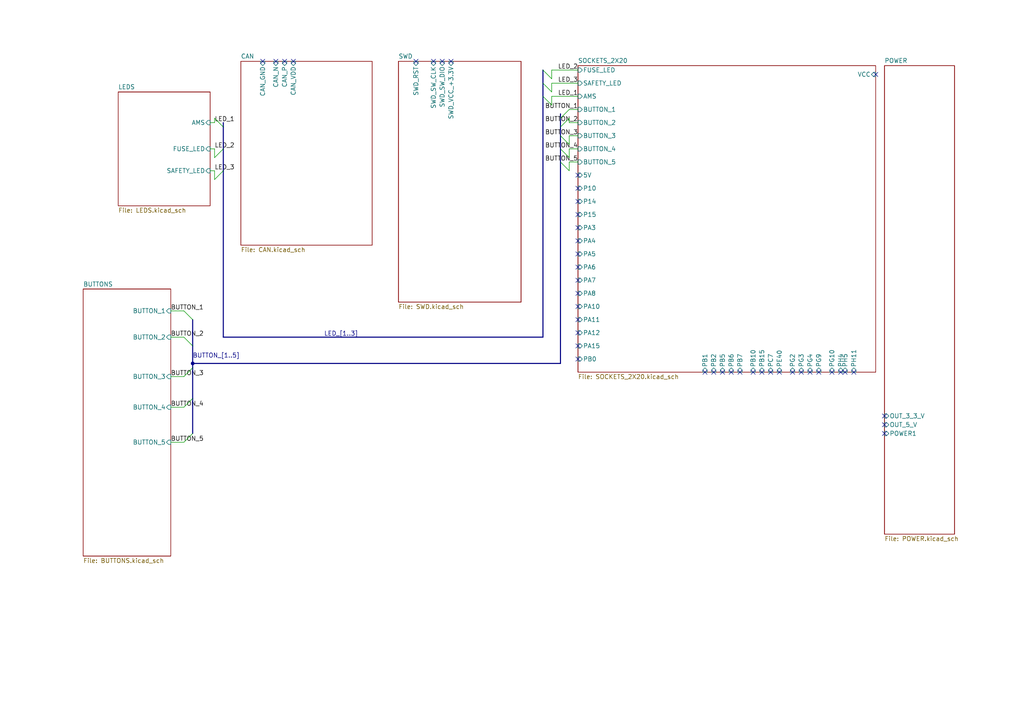
<source format=kicad_sch>
(kicad_sch
	(version 20250114)
	(generator "eeschema")
	(generator_version "9.0")
	(uuid "8dcb9295-4fa2-433e-bd2f-4b006d008a4e")
	(paper "A4")
	(lib_symbols)
	(junction
		(at 55.88 105.41)
		(diameter 0)
		(color 0 0 0 0)
		(uuid "1ab1bc5e-5060-4200-a912-581410a64bdc")
	)
	(no_connect
		(at 234.95 107.95)
		(uuid "04cbdf75-08d8-4f41-a4f2-467e7c57d765")
	)
	(no_connect
		(at 120.65 17.78)
		(uuid "1787a8c7-9a5a-4b72-8756-181307119fb5")
	)
	(no_connect
		(at 167.64 54.61)
		(uuid "1ed828fb-5400-4f42-818b-9b0747e09d89")
	)
	(no_connect
		(at 212.09 107.95)
		(uuid "339a267c-4092-43e1-b8cc-b0c0ed87d922")
	)
	(no_connect
		(at 167.64 77.47)
		(uuid "37517732-9ad0-4e77-9179-cef05c843e5d")
	)
	(no_connect
		(at 229.87 107.95)
		(uuid "3e1273f5-1856-4b21-93f6-eff1dc2bad59")
	)
	(no_connect
		(at 247.65 107.95)
		(uuid "46425409-a9ea-4a0a-babe-e259169ac028")
	)
	(no_connect
		(at 167.64 92.71)
		(uuid "4fe4e6f4-3be4-44f8-acd7-2755dbeb69c6")
	)
	(no_connect
		(at 256.54 123.19)
		(uuid "5438cfc4-d47e-434a-b61c-a2a56eda2d53")
	)
	(no_connect
		(at 241.3 107.95)
		(uuid "702a74c7-e580-4b18-b5d3-6eca557faa53")
	)
	(no_connect
		(at 220.98 107.95)
		(uuid "7788c770-ab29-4539-a6d3-0c5567c6df9e")
	)
	(no_connect
		(at 245.11 107.95)
		(uuid "779a08cd-da13-4346-a28f-243fae31e583")
	)
	(no_connect
		(at 167.64 104.14)
		(uuid "7a78eb3e-0fca-4254-8be9-d06b128bfbf6")
	)
	(no_connect
		(at 167.64 66.04)
		(uuid "7af46917-7cf0-4052-aec2-0ff9f4cfc42c")
	)
	(no_connect
		(at 167.64 62.23)
		(uuid "7c43141a-c403-40b6-8c74-d497a9a3e4c3")
	)
	(no_connect
		(at 223.52 107.95)
		(uuid "7cf956df-cdc8-4240-bdc2-363d8610a8c4")
	)
	(no_connect
		(at 256.54 120.65)
		(uuid "7d8341a9-fde8-4576-a2b3-f575527973d1")
	)
	(no_connect
		(at 256.54 125.73)
		(uuid "7ddea888-3d33-42bb-9564-b8a6ba913226")
	)
	(no_connect
		(at 76.2 17.78)
		(uuid "8352ee82-3e80-486d-a6d8-8cb72be22bf5")
	)
	(no_connect
		(at 167.64 50.8)
		(uuid "844c2cd2-10c6-4e6b-aa13-888938e66c0d")
	)
	(no_connect
		(at 167.64 85.09)
		(uuid "869769e9-07d8-4d29-a1fa-15137f71fa37")
	)
	(no_connect
		(at 237.49 107.95)
		(uuid "8b1f89bc-f6b6-4bbe-b782-30c7e2360b9f")
	)
	(no_connect
		(at 80.01 17.78)
		(uuid "8d77f3b5-d1b9-473d-b88e-80f7e5a284c5")
	)
	(no_connect
		(at 232.41 107.95)
		(uuid "909b27ec-3349-49c3-8336-080b69bbc649")
	)
	(no_connect
		(at 167.64 96.52)
		(uuid "927c37b4-cf81-40b7-b0b5-9936811773af")
	)
	(no_connect
		(at 82.55 17.78)
		(uuid "9c58d1c8-6c82-498a-bd03-3ab2c69ab477")
	)
	(no_connect
		(at 226.06 107.95)
		(uuid "9ddbc3a4-902e-495c-8e8d-9437697d7149")
	)
	(no_connect
		(at 167.64 88.9)
		(uuid "a4647afb-7ec3-47ac-b32b-d4ffd25d3ac3")
	)
	(no_connect
		(at 85.09 17.78)
		(uuid "a76a4a50-f4b6-4d7d-9ec4-b61cbb13527e")
	)
	(no_connect
		(at 167.64 81.28)
		(uuid "be6b122b-19a7-4e5e-9881-887d6bb339f0")
	)
	(no_connect
		(at 204.47 107.95)
		(uuid "c26fd6f3-d0be-4e0a-9728-8ad693b89cfc")
	)
	(no_connect
		(at 167.64 69.85)
		(uuid "cb5eb431-2038-4373-ad22-250c9b95a78b")
	)
	(no_connect
		(at 125.73 17.78)
		(uuid "cbaea5b3-aced-431b-a5dd-517f9b673fa6")
	)
	(no_connect
		(at 167.64 58.42)
		(uuid "d2e45953-0c00-492b-a4d7-b0305ff820eb")
	)
	(no_connect
		(at 214.63 107.95)
		(uuid "d41b31f5-f068-43b6-8d6e-e80489b8d903")
	)
	(no_connect
		(at 207.01 107.95)
		(uuid "d7e1acb2-49ba-42ea-84d4-fdf40a48ca84")
	)
	(no_connect
		(at 167.64 100.33)
		(uuid "d9adc133-729f-4667-85c9-96300e979e2c")
	)
	(no_connect
		(at 218.44 107.95)
		(uuid "e03d7e53-6f55-4e60-af4a-14c19bfb0e9c")
	)
	(no_connect
		(at 254 21.59)
		(uuid "e5b016da-3cfa-4224-8569-fdce230fd607")
	)
	(no_connect
		(at 243.84 107.95)
		(uuid "e7dc0850-e087-47ae-a53c-130b683f0609")
	)
	(no_connect
		(at 128.27 17.78)
		(uuid "eaff25b2-3df0-4639-8882-f04d84bbd561")
	)
	(no_connect
		(at 167.64 73.66)
		(uuid "f5596efa-a36a-44e1-a4ef-6d3bad5889a8")
	)
	(no_connect
		(at 209.55 107.95)
		(uuid "fae326ba-7a45-4408-9713-60913930e5d1")
	)
	(no_connect
		(at 130.81 17.78)
		(uuid "ffb3d354-6ce9-4775-8da2-b8b9e645ac1f")
	)
	(bus_entry
		(at 55.88 106.68)
		(size -2.54 2.54)
		(stroke
			(width 0)
			(type default)
		)
		(uuid "1d19d04b-e78a-4e57-9cbb-ccc02cfcb1f4")
	)
	(bus_entry
		(at 64.77 43.18)
		(size -2.54 2.54)
		(stroke
			(width 0)
			(type default)
		)
		(uuid "1d1f231e-29c1-4e6b-bfb8-d8d95710ce1f")
	)
	(bus_entry
		(at 157.48 24.13)
		(size 2.54 2.54)
		(stroke
			(width 0)
			(type default)
		)
		(uuid "1da445b3-ae15-45e5-acc0-a16634e362c6")
	)
	(bus_entry
		(at 162.56 36.83)
		(size 2.54 -2.54)
		(stroke
			(width 0)
			(type default)
		)
		(uuid "2507bdbb-f350-4a6b-8806-935a4dffd8ed")
	)
	(bus_entry
		(at 157.48 20.32)
		(size 2.54 2.54)
		(stroke
			(width 0)
			(type default)
		)
		(uuid "2eec1809-a2aa-4881-8dd2-ca2775905c19")
	)
	(bus_entry
		(at 157.48 27.94)
		(size 2.54 2.54)
		(stroke
			(width 0)
			(type default)
		)
		(uuid "74ea638a-16a1-402c-8ebc-a34260539242")
	)
	(bus_entry
		(at 162.56 39.37)
		(size 2.54 2.54)
		(stroke
			(width 0)
			(type default)
		)
		(uuid "8a866fdd-c315-4608-b58d-747076c936aa")
	)
	(bus_entry
		(at 162.56 46.99)
		(size 2.54 2.54)
		(stroke
			(width 0)
			(type default)
		)
		(uuid "8b41cf4a-637a-4527-846c-8c4c13634358")
	)
	(bus_entry
		(at 162.56 34.29)
		(size 2.54 -2.54)
		(stroke
			(width 0)
			(type default)
		)
		(uuid "9ff4b994-c9ec-444c-bbc3-5e9c551834b6")
	)
	(bus_entry
		(at 55.88 100.33)
		(size -2.54 -2.54)
		(stroke
			(width 0)
			(type default)
		)
		(uuid "b4212637-2b02-4160-9d6f-82e2eefe0ccf")
	)
	(bus_entry
		(at 55.88 115.57)
		(size -2.54 2.54)
		(stroke
			(width 0)
			(type default)
		)
		(uuid "c397a2dc-9c09-4c98-9854-59e9dcc499dd")
	)
	(bus_entry
		(at 55.88 125.73)
		(size -2.54 2.54)
		(stroke
			(width 0)
			(type default)
		)
		(uuid "c3d7eca3-5bf0-4b1f-8c46-28a904e4cc8b")
	)
	(bus_entry
		(at 64.77 49.53)
		(size -2.54 2.54)
		(stroke
			(width 0)
			(type default)
		)
		(uuid "dd40f722-6f51-47fe-b422-e1c0020f0cef")
	)
	(bus_entry
		(at 55.88 92.71)
		(size -2.54 -2.54)
		(stroke
			(width 0)
			(type default)
		)
		(uuid "e652c95e-378e-4bd2-9d69-0a0e131724ce")
	)
	(bus_entry
		(at 162.56 43.18)
		(size 2.54 2.54)
		(stroke
			(width 0)
			(type default)
		)
		(uuid "f205059c-f987-479a-9197-08b4984dfc36")
	)
	(bus_entry
		(at 64.77 36.83)
		(size -2.54 -2.54)
		(stroke
			(width 0)
			(type default)
		)
		(uuid "f67faa44-5b17-42ef-a701-e2fdf7b9af66")
	)
	(wire
		(pts
			(xy 62.23 49.53) (xy 60.96 49.53)
		)
		(stroke
			(width 0)
			(type default)
		)
		(uuid "0594edc2-ef5d-4607-b642-71ed02ea205a")
	)
	(bus
		(pts
			(xy 157.48 27.94) (xy 157.48 97.79)
		)
		(stroke
			(width 0)
			(type default)
		)
		(uuid "1374d794-2186-4737-bd99-6c2e20e33273")
	)
	(wire
		(pts
			(xy 62.23 45.72) (xy 62.23 43.18)
		)
		(stroke
			(width 0)
			(type default)
		)
		(uuid "167ad876-fe4f-4b5c-8f79-bb858a006bf3")
	)
	(bus
		(pts
			(xy 162.56 36.83) (xy 162.56 39.37)
		)
		(stroke
			(width 0)
			(type default)
		)
		(uuid "1b70094d-cf4d-48da-8721-71cf759c659d")
	)
	(wire
		(pts
			(xy 62.23 52.07) (xy 62.23 49.53)
		)
		(stroke
			(width 0)
			(type default)
		)
		(uuid "1bc3f2a1-e73b-4a83-8a92-18e9aaf8d2e8")
	)
	(bus
		(pts
			(xy 162.56 39.37) (xy 162.56 43.18)
		)
		(stroke
			(width 0)
			(type default)
		)
		(uuid "21ebc117-19da-4c93-9e0e-95f9aa57434b")
	)
	(bus
		(pts
			(xy 55.88 105.41) (xy 162.56 105.41)
		)
		(stroke
			(width 0)
			(type default)
		)
		(uuid "228a29e6-f7b5-4bf2-8d16-f9e4c5a84f90")
	)
	(wire
		(pts
			(xy 53.34 90.17) (xy 49.53 90.17)
		)
		(stroke
			(width 0)
			(type default)
		)
		(uuid "235cb1f4-aa34-4da6-b9f3-76f1abc8aad3")
	)
	(wire
		(pts
			(xy 160.02 20.32) (xy 167.64 20.32)
		)
		(stroke
			(width 0)
			(type default)
		)
		(uuid "2ec277db-8965-4f88-bff7-3af9b815565b")
	)
	(wire
		(pts
			(xy 165.1 45.72) (xy 165.1 43.18)
		)
		(stroke
			(width 0)
			(type default)
		)
		(uuid "2fbbbc81-172e-4c94-8bf4-f31193456714")
	)
	(bus
		(pts
			(xy 64.77 97.79) (xy 157.48 97.79)
		)
		(stroke
			(width 0)
			(type default)
		)
		(uuid "33da4a8e-af22-4644-87ae-49149d5c1364")
	)
	(wire
		(pts
			(xy 53.34 97.79) (xy 49.53 97.79)
		)
		(stroke
			(width 0)
			(type default)
		)
		(uuid "3650c8b0-11a0-4f01-b507-3fc00ced5caa")
	)
	(wire
		(pts
			(xy 165.1 46.99) (xy 167.64 46.99)
		)
		(stroke
			(width 0)
			(type default)
		)
		(uuid "3c75aceb-5127-45f5-a136-340bec551760")
	)
	(bus
		(pts
			(xy 64.77 35.56) (xy 64.77 36.83)
		)
		(stroke
			(width 0)
			(type default)
		)
		(uuid "400590df-f1d0-4dc2-8cab-7d7d94179726")
	)
	(wire
		(pts
			(xy 160.02 27.94) (xy 167.64 27.94)
		)
		(stroke
			(width 0)
			(type default)
		)
		(uuid "45c961b8-a794-44d7-9a4c-786541939926")
	)
	(bus
		(pts
			(xy 55.88 100.33) (xy 55.88 105.41)
		)
		(stroke
			(width 0)
			(type default)
		)
		(uuid "5052dfca-d2fd-4dd9-bb1e-e03fd3c8335f")
	)
	(bus
		(pts
			(xy 64.77 43.18) (xy 64.77 49.53)
		)
		(stroke
			(width 0)
			(type default)
		)
		(uuid "52ad8e03-aa4e-4b0b-a6b4-f27494ab1cde")
	)
	(bus
		(pts
			(xy 64.77 49.53) (xy 64.77 97.79)
		)
		(stroke
			(width 0)
			(type default)
		)
		(uuid "5753122e-3f5d-4d79-92e9-3f65d432535b")
	)
	(bus
		(pts
			(xy 162.56 46.99) (xy 162.56 105.41)
		)
		(stroke
			(width 0)
			(type default)
		)
		(uuid "57b61feb-9c24-4589-9fe5-a346070927a9")
	)
	(wire
		(pts
			(xy 160.02 30.48) (xy 160.02 27.94)
		)
		(stroke
			(width 0)
			(type default)
		)
		(uuid "5e0a876d-e04b-40cb-889f-e2f8e09aa27b")
	)
	(wire
		(pts
			(xy 53.34 109.22) (xy 49.53 109.22)
		)
		(stroke
			(width 0)
			(type default)
		)
		(uuid "5f1d7f24-af96-424b-bcfa-07ef702fd89d")
	)
	(wire
		(pts
			(xy 165.1 34.29) (xy 165.1 35.56)
		)
		(stroke
			(width 0)
			(type default)
		)
		(uuid "61bc74df-c2de-4698-b3cd-71052bbd9935")
	)
	(wire
		(pts
			(xy 53.34 118.11) (xy 49.53 118.11)
		)
		(stroke
			(width 0)
			(type default)
		)
		(uuid "67a66990-7058-4fc3-88ca-53ca03f47b2c")
	)
	(bus
		(pts
			(xy 162.56 34.29) (xy 162.56 36.83)
		)
		(stroke
			(width 0)
			(type default)
		)
		(uuid "67db8f9d-90f5-4158-a8e5-0b0fb6f467ec")
	)
	(wire
		(pts
			(xy 160.02 24.13) (xy 167.64 24.13)
		)
		(stroke
			(width 0)
			(type default)
		)
		(uuid "6fbcc16b-5137-4d2f-a9e5-b077d850d08c")
	)
	(wire
		(pts
			(xy 62.23 43.18) (xy 60.96 43.18)
		)
		(stroke
			(width 0)
			(type default)
		)
		(uuid "78638c07-4888-48a9-a804-8d174f48727e")
	)
	(bus
		(pts
			(xy 55.88 106.68) (xy 55.88 115.57)
		)
		(stroke
			(width 0)
			(type default)
		)
		(uuid "787a4aca-2a74-4733-8aba-0466823f5fec")
	)
	(wire
		(pts
			(xy 165.1 35.56) (xy 167.64 35.56)
		)
		(stroke
			(width 0)
			(type default)
		)
		(uuid "820e901c-85d3-4d8e-9419-c573cf89575d")
	)
	(wire
		(pts
			(xy 165.1 41.91) (xy 165.1 39.37)
		)
		(stroke
			(width 0)
			(type default)
		)
		(uuid "91c5825e-4b4b-49e6-bd0f-6043fc9bf096")
	)
	(wire
		(pts
			(xy 165.1 49.53) (xy 165.1 46.99)
		)
		(stroke
			(width 0)
			(type default)
		)
		(uuid "9e0b4452-b087-4b9c-9e90-85a17492b891")
	)
	(bus
		(pts
			(xy 162.56 33.02) (xy 162.56 34.29)
		)
		(stroke
			(width 0)
			(type default)
		)
		(uuid "9f314803-a4af-4924-8f40-4c1a182e1913")
	)
	(wire
		(pts
			(xy 165.1 43.18) (xy 167.64 43.18)
		)
		(stroke
			(width 0)
			(type default)
		)
		(uuid "9fb52e17-cf07-4ae4-a79d-509ee035593c")
	)
	(bus
		(pts
			(xy 64.77 36.83) (xy 64.77 43.18)
		)
		(stroke
			(width 0)
			(type default)
		)
		(uuid "b0fcb9dc-6e26-4f64-a47e-f274b1f1b42c")
	)
	(wire
		(pts
			(xy 165.1 39.37) (xy 167.64 39.37)
		)
		(stroke
			(width 0)
			(type default)
		)
		(uuid "c2179d00-40b8-4c50-bb8b-23f4d36701dc")
	)
	(bus
		(pts
			(xy 55.88 105.41) (xy 55.88 106.68)
		)
		(stroke
			(width 0)
			(type default)
		)
		(uuid "c48c5e86-5d01-4f96-992e-418760e78c10")
	)
	(bus
		(pts
			(xy 157.48 24.13) (xy 157.48 27.94)
		)
		(stroke
			(width 0)
			(type default)
		)
		(uuid "ccfeb42c-9823-452f-a74e-bab060d021b6")
	)
	(wire
		(pts
			(xy 165.1 31.75) (xy 167.64 31.75)
		)
		(stroke
			(width 0)
			(type default)
		)
		(uuid "cdaf0bf3-9087-4b87-a790-7115002367a5")
	)
	(bus
		(pts
			(xy 55.88 115.57) (xy 55.88 125.73)
		)
		(stroke
			(width 0)
			(type default)
		)
		(uuid "e49bd7d6-f064-454e-8410-ad77318f476e")
	)
	(wire
		(pts
			(xy 160.02 22.86) (xy 160.02 20.32)
		)
		(stroke
			(width 0)
			(type default)
		)
		(uuid "e7019e49-5d5b-4449-8396-7175623f02ed")
	)
	(bus
		(pts
			(xy 157.48 20.32) (xy 157.48 24.13)
		)
		(stroke
			(width 0)
			(type default)
		)
		(uuid "ec9a8699-0027-4de1-ae76-896eee908898")
	)
	(wire
		(pts
			(xy 62.23 35.56) (xy 60.96 35.56)
		)
		(stroke
			(width 0)
			(type default)
		)
		(uuid "f0209a2e-3fe3-400c-bce4-de528c9383ef")
	)
	(wire
		(pts
			(xy 160.02 26.67) (xy 160.02 24.13)
		)
		(stroke
			(width 0)
			(type default)
		)
		(uuid "f087445f-afa8-48d7-9f54-9f2a602f9c97")
	)
	(bus
		(pts
			(xy 162.56 43.18) (xy 162.56 46.99)
		)
		(stroke
			(width 0)
			(type default)
		)
		(uuid "f243e0c7-ecc4-43b0-95dd-cceeb72b34d0")
	)
	(wire
		(pts
			(xy 62.23 34.29) (xy 62.23 35.56)
		)
		(stroke
			(width 0)
			(type default)
		)
		(uuid "f28671bd-d041-419b-bf33-e4d2adbfc544")
	)
	(bus
		(pts
			(xy 55.88 92.71) (xy 55.88 100.33)
		)
		(stroke
			(width 0)
			(type default)
		)
		(uuid "fa002900-9347-419e-854e-ea50915d6489")
	)
	(wire
		(pts
			(xy 53.34 128.27) (xy 49.53 128.27)
		)
		(stroke
			(width 0)
			(type default)
		)
		(uuid "fde0dd47-3397-4a77-a7fd-68e4dcc9f884")
	)
	(label "BUTTON_4"
		(at 49.53 118.11 0)
		(effects
			(font
				(size 1.27 1.27)
			)
			(justify left bottom)
		)
		(uuid "04bb6260-3eab-4eba-abfe-c8ff3e338de1")
	)
	(label "BUTTON_5"
		(at 49.53 128.27 0)
		(effects
			(font
				(size 1.27 1.27)
			)
			(justify left bottom)
		)
		(uuid "180651f4-9691-4541-aa9e-ff51beadbae1")
	)
	(label "LED_[1..3]"
		(at 93.98 97.79 0)
		(effects
			(font
				(size 1.27 1.27)
			)
			(justify left bottom)
		)
		(uuid "26d8eddb-10ff-4338-bdfc-f329de7fedac")
	)
	(label "BUTTON_2"
		(at 49.53 97.79 0)
		(effects
			(font
				(size 1.27 1.27)
			)
			(justify left bottom)
		)
		(uuid "2ab1d1f4-4619-4e6b-939e-20dcddf9645b")
	)
	(label "BUTTON_3"
		(at 49.53 109.22 0)
		(effects
			(font
				(size 1.27 1.27)
			)
			(justify left bottom)
		)
		(uuid "2ade33ce-9a9a-4689-9f2f-e936d4f8d8f1")
	)
	(label "LED_1"
		(at 167.64 27.94 180)
		(effects
			(font
				(size 1.27 1.27)
			)
			(justify right bottom)
		)
		(uuid "43398c91-22d3-4b05-b013-d93fed558be5")
	)
	(label "LED_2"
		(at 62.23 43.18 0)
		(effects
			(font
				(size 1.27 1.27)
			)
			(justify left bottom)
		)
		(uuid "69b0b055-b7f3-48fb-925f-50b64ce77d68")
	)
	(label "BUTTON_1"
		(at 167.64 31.75 180)
		(effects
			(font
				(size 1.27 1.27)
			)
			(justify right bottom)
		)
		(uuid "71d1e084-2228-456f-b936-10eae42a1d10")
	)
	(label "LED_3"
		(at 62.23 49.53 0)
		(effects
			(font
				(size 1.27 1.27)
			)
			(justify left bottom)
		)
		(uuid "86e6f1c3-26ae-43fa-9f74-0ef7474d3fce")
	)
	(label "LED_1"
		(at 62.23 35.56 0)
		(effects
			(font
				(size 1.27 1.27)
			)
			(justify left bottom)
		)
		(uuid "8e4ac36d-8793-4185-91f7-4d278b3f6155")
	)
	(label "LED_3"
		(at 167.64 24.13 180)
		(effects
			(font
				(size 1.27 1.27)
			)
			(justify right bottom)
		)
		(uuid "8eb425a0-c9ac-4f52-b034-ce0984171f76")
	)
	(label "BUTTON_4"
		(at 167.64 43.18 180)
		(effects
			(font
				(size 1.27 1.27)
			)
			(justify right bottom)
		)
		(uuid "ab252501-a164-418b-bd16-6acfe0385e3a")
	)
	(label "BUTTON_1"
		(at 49.53 90.17 0)
		(effects
			(font
				(size 1.27 1.27)
			)
			(justify left bottom)
		)
		(uuid "b657978d-9ae0-46df-86ec-0d818d050e19")
	)
	(label "BUTTON_5"
		(at 167.64 46.99 180)
		(effects
			(font
				(size 1.27 1.27)
			)
			(justify right bottom)
		)
		(uuid "c72d94ff-9102-43b8-b723-8646dce8df12")
	)
	(label "BUTTON_3"
		(at 167.64 39.37 180)
		(effects
			(font
				(size 1.27 1.27)
			)
			(justify right bottom)
		)
		(uuid "c79d9d8f-d2f5-461f-be45-704c8edd90cf")
	)
	(label "BUTTON_[1..5]"
		(at 55.88 104.14 0)
		(effects
			(font
				(size 1.27 1.27)
			)
			(justify left bottom)
		)
		(uuid "d12e930a-c77e-4207-8fdd-9d2e70f5d20b")
	)
	(label "LED_2"
		(at 167.64 20.32 180)
		(effects
			(font
				(size 1.27 1.27)
			)
			(justify right bottom)
		)
		(uuid "e0960edb-1df8-4eb8-a212-627803bfced5")
	)
	(label "BUTTON_2"
		(at 167.64 35.56 180)
		(effects
			(font
				(size 1.27 1.27)
			)
			(justify right bottom)
		)
		(uuid "fcb34d4c-1a39-4f81-9343-0324c02e83ba")
	)
	(sheet
		(at 24.13 83.82)
		(size 25.4 77.47)
		(exclude_from_sim no)
		(in_bom yes)
		(on_board yes)
		(dnp no)
		(stroke
			(width 0.1524)
			(type solid)
		)
		(fill
			(color 0 0 0 0.0000)
		)
		(uuid "1141ebe3-6757-4602-bc41-f23921c9ac0b")
		(property "Sheetname" "BUTTONS"
			(at 24.13 83.185 0)
			(effects
				(font
					(size 1.27 1.27)
				)
				(justify left bottom)
			)
		)
		(property "Sheetfile" "BUTTONS.kicad_sch"
			(at 24.13 161.8746 0)
			(effects
				(font
					(size 1.27 1.27)
				)
				(justify left top)
			)
		)
		(pin "BUTTON_1" input
			(at 49.53 90.17 0)
			(uuid "5dc5d7fe-472d-476e-b7e7-81dbea0a9e1c")
			(effects
				(font
					(size 1.27 1.27)
				)
				(justify right)
			)
		)
		(pin "BUTTON_2" input
			(at 49.53 97.79 0)
			(uuid "25c6b4a4-8ea3-4efe-ba0c-e5307911334f")
			(effects
				(font
					(size 1.27 1.27)
				)
				(justify right)
			)
		)
		(pin "BUTTON_3" input
			(at 49.53 109.22 0)
			(uuid "457bb12b-8b0e-41e9-8ad1-1261c2dcd405")
			(effects
				(font
					(size 1.27 1.27)
				)
				(justify right)
			)
		)
		(pin "BUTTON_4" input
			(at 49.53 118.11 0)
			(uuid "2567876f-b721-4acf-9cae-fc59504ddf42")
			(effects
				(font
					(size 1.27 1.27)
				)
				(justify right)
			)
		)
		(pin "BUTTON_5" input
			(at 49.53 128.27 0)
			(uuid "0999bbc2-afa7-49e2-9f59-bc71507f4aba")
			(effects
				(font
					(size 1.27 1.27)
				)
				(justify right)
			)
		)
		(instances
			(project "PUTM_EV_DASHBOARD_SOCKET_2025"
				(path "/8dcb9295-4fa2-433e-bd2f-4b006d008a4e"
					(page "7")
				)
			)
		)
	)
	(sheet
		(at 34.29 26.67)
		(size 26.67 33.02)
		(exclude_from_sim no)
		(in_bom yes)
		(on_board yes)
		(dnp no)
		(fields_autoplaced yes)
		(stroke
			(width 0.1524)
			(type solid)
		)
		(fill
			(color 0 0 0 0.0000)
		)
		(uuid "3b3cf35a-a2ef-483a-8c57-15009dc39242")
		(property "Sheetname" "LEDS"
			(at 34.29 25.9584 0)
			(effects
				(font
					(size 1.27 1.27)
				)
				(justify left bottom)
			)
		)
		(property "Sheetfile" "LEDS.kicad_sch"
			(at 34.29 60.2746 0)
			(effects
				(font
					(size 1.27 1.27)
				)
				(justify left top)
			)
		)
		(pin "AMS" input
			(at 60.96 35.56 0)
			(uuid "36fc72c2-064c-4586-a7d3-20d3629106dd")
			(effects
				(font
					(size 1.27 1.27)
				)
				(justify right)
			)
		)
		(pin "FUSE_LED" input
			(at 60.96 43.18 0)
			(uuid "d8819bbd-8a7c-4e6e-8cf2-955f42825041")
			(effects
				(font
					(size 1.27 1.27)
				)
				(justify right)
			)
		)
		(pin "SAFETY_LED" input
			(at 60.96 49.53 0)
			(uuid "858eadb2-1217-40c8-b327-df79308135be")
			(effects
				(font
					(size 1.27 1.27)
				)
				(justify right)
			)
		)
		(instances
			(project "PUTM_EV_DASHBOARD_SOCKET_2025"
				(path "/8dcb9295-4fa2-433e-bd2f-4b006d008a4e"
					(page "2")
				)
			)
		)
	)
	(sheet
		(at 115.57 17.78)
		(size 35.56 69.85)
		(exclude_from_sim no)
		(in_bom yes)
		(on_board yes)
		(dnp no)
		(fields_autoplaced yes)
		(stroke
			(width 0.1524)
			(type solid)
		)
		(fill
			(color 0 0 0 0.0000)
		)
		(uuid "9b1bc52f-6033-4f71-8f99-a4060d1be2be")
		(property "Sheetname" "SWD"
			(at 115.57 17.0684 0)
			(effects
				(font
					(size 1.27 1.27)
				)
				(justify left bottom)
			)
		)
		(property "Sheetfile" "SWD.kicad_sch"
			(at 115.57 88.2146 0)
			(effects
				(font
					(size 1.27 1.27)
				)
				(justify left top)
			)
		)
		(pin "SWD_RST" input
			(at 120.65 17.78 90)
			(uuid "306c7432-1029-4518-9713-17a3727c27f1")
			(effects
				(font
					(size 1.27 1.27)
				)
				(justify right)
			)
		)
		(pin "SWD_SW_CLK" input
			(at 125.73 17.78 90)
			(uuid "d474ac07-55fb-441f-9c2d-ff7a6f3da4c1")
			(effects
				(font
					(size 1.27 1.27)
				)
				(justify right)
			)
		)
		(pin "SWD_SW_DIO" input
			(at 128.27 17.78 90)
			(uuid "5dc51fed-ed53-44e2-b545-14f52ff9774a")
			(effects
				(font
					(size 1.27 1.27)
				)
				(justify right)
			)
		)
		(pin "SWD_VCC_+3.3V" input
			(at 130.81 17.78 90)
			(uuid "8e1c1ebc-8880-41f7-8b58-610f720c0e89")
			(effects
				(font
					(size 1.27 1.27)
				)
				(justify right)
			)
		)
		(instances
			(project "PUTM_EV_DASHBOARD_SOCKET_2025"
				(path "/8dcb9295-4fa2-433e-bd2f-4b006d008a4e"
					(page "5")
				)
			)
		)
	)
	(sheet
		(at 69.85 17.78)
		(size 38.1 53.34)
		(exclude_from_sim no)
		(in_bom yes)
		(on_board yes)
		(dnp no)
		(fields_autoplaced yes)
		(stroke
			(width 0.1524)
			(type solid)
		)
		(fill
			(color 0 0 0 0.0000)
		)
		(uuid "c92b4e8c-c56a-494c-81ca-99d15cc481d1")
		(property "Sheetname" "CAN"
			(at 69.85 17.0684 0)
			(effects
				(font
					(size 1.27 1.27)
				)
				(justify left bottom)
			)
		)
		(property "Sheetfile" "CAN.kicad_sch"
			(at 69.85 71.7046 0)
			(effects
				(font
					(size 1.27 1.27)
				)
				(justify left top)
			)
		)
		(pin "CAN_GND" input
			(at 76.2 17.78 90)
			(uuid "f17951a3-82d8-4f23-a0fe-fd9181f6a7e8")
			(effects
				(font
					(size 1.27 1.27)
				)
				(justify right)
			)
		)
		(pin "CAN_N" input
			(at 80.01 17.78 90)
			(uuid "47d2ea7f-2419-4172-9bb6-a214d92ad084")
			(effects
				(font
					(size 1.27 1.27)
				)
				(justify right)
			)
		)
		(pin "CAN_P" input
			(at 82.55 17.78 90)
			(uuid "daf26352-aec1-4bae-a137-05386febb48b")
			(effects
				(font
					(size 1.27 1.27)
				)
				(justify right)
			)
		)
		(pin "CAN_VDD" input
			(at 85.09 17.78 90)
			(uuid "f6c30c4c-8cb9-4cae-b381-9a5d877a90e8")
			(effects
				(font
					(size 1.27 1.27)
				)
				(justify right)
			)
		)
		(instances
			(project "PUTM_EV_DASHBOARD_SOCKET_2025"
				(path "/8dcb9295-4fa2-433e-bd2f-4b006d008a4e"
					(page "6")
				)
			)
		)
	)
	(sheet
		(at 256.54 19.05)
		(size 20.32 135.89)
		(exclude_from_sim no)
		(in_bom yes)
		(on_board yes)
		(dnp no)
		(fields_autoplaced yes)
		(stroke
			(width 0.1524)
			(type solid)
		)
		(fill
			(color 0 0 0 0.0000)
		)
		(uuid "caddd3ae-b81f-45b3-a8ff-5f1df93ac1f9")
		(property "Sheetname" "POWER"
			(at 256.54 18.3384 0)
			(effects
				(font
					(size 1.27 1.27)
				)
				(justify left bottom)
			)
		)
		(property "Sheetfile" "POWER.kicad_sch"
			(at 256.54 155.5246 0)
			(effects
				(font
					(size 1.27 1.27)
				)
				(justify left top)
			)
		)
		(pin "OUT_3_3_V" input
			(at 256.54 120.65 180)
			(uuid "f7c81bdf-7b23-4e2b-ac9d-1ead14e02666")
			(effects
				(font
					(size 1.27 1.27)
				)
				(justify left)
			)
		)
		(pin "OUT_5_V" input
			(at 256.54 123.19 180)
			(uuid "26c44b98-1cd7-441c-963e-78f32d7c9563")
			(effects
				(font
					(size 1.27 1.27)
				)
				(justify left)
			)
		)
		(pin "POWER1" input
			(at 256.54 125.73 180)
			(uuid "284bd531-e74d-401f-9b6b-b129bdc7cd8c")
			(effects
				(font
					(size 1.27 1.27)
				)
				(justify left)
			)
		)
		(instances
			(project "PUTM_EV_DASHBOARD_SOCKET_2025"
				(path "/8dcb9295-4fa2-433e-bd2f-4b006d008a4e"
					(page "3")
				)
			)
		)
	)
	(sheet
		(at 167.64 19.05)
		(size 86.36 88.9)
		(exclude_from_sim no)
		(in_bom yes)
		(on_board yes)
		(dnp no)
		(fields_autoplaced yes)
		(stroke
			(width 0.1524)
			(type solid)
		)
		(fill
			(color 0 0 0 0.0000)
		)
		(uuid "d4b2ab11-a1af-46a1-86ab-311ce4579ee8")
		(property "Sheetname" "SOCKETS_2X20"
			(at 167.64 18.3384 0)
			(effects
				(font
					(size 1.27 1.27)
				)
				(justify left bottom)
			)
		)
		(property "Sheetfile" "SOCKETS_2X20.kicad_sch"
			(at 167.64 108.5346 0)
			(effects
				(font
					(size 1.27 1.27)
				)
				(justify left top)
			)
		)
		(pin "5V" input
			(at 167.64 50.8 180)
			(uuid "5df57dbc-d491-4c17-aca3-0d46dcaf5ade")
			(effects
				(font
					(size 1.27 1.27)
				)
				(justify left)
			)
		)
		(pin "AMS" input
			(at 167.64 27.94 180)
			(uuid "e2c7b48e-04f4-46e4-810c-47cb216066b1")
			(effects
				(font
					(size 1.27 1.27)
				)
				(justify left)
			)
		)
		(pin "BUTTON_1" input
			(at 167.64 31.75 180)
			(uuid "abecdb01-e74f-4cd4-91e0-761e513be3e2")
			(effects
				(font
					(size 1.27 1.27)
				)
				(justify left)
			)
		)
		(pin "BUTTON_2" input
			(at 167.64 35.56 180)
			(uuid "5c062a2b-cbdc-4898-a81c-f35a661154d9")
			(effects
				(font
					(size 1.27 1.27)
				)
				(justify left)
			)
		)
		(pin "BUTTON_3" input
			(at 167.64 39.37 180)
			(uuid "73b0d45b-4eb8-439f-86a3-c9793dc3a475")
			(effects
				(font
					(size 1.27 1.27)
				)
				(justify left)
			)
		)
		(pin "BUTTON_4" input
			(at 167.64 43.18 180)
			(uuid "6580d4ca-f319-42a5-af5d-25c8bd3cbbef")
			(effects
				(font
					(size 1.27 1.27)
				)
				(justify left)
			)
		)
		(pin "BUTTON_5" input
			(at 167.64 46.99 180)
			(uuid "897ae267-cdfe-4870-883b-a57a921d47f7")
			(effects
				(font
					(size 1.27 1.27)
				)
				(justify left)
			)
		)
		(pin "FUSE_LED" input
			(at 167.64 20.32 180)
			(uuid "4615f64d-6d47-4d4a-adb7-d233608f5dc0")
			(effects
				(font
					(size 1.27 1.27)
				)
				(justify left)
			)
		)
		(pin "P10" input
			(at 167.64 54.61 180)
			(uuid "48a798a1-66c9-4f24-8315-223eecfb6518")
			(effects
				(font
					(size 1.27 1.27)
				)
				(justify left)
			)
		)
		(pin "P14" input
			(at 167.64 58.42 180)
			(uuid "8f3a0e03-b8ac-4371-a76f-0254d8bd623f")
			(effects
				(font
					(size 1.27 1.27)
				)
				(justify left)
			)
		)
		(pin "P15" input
			(at 167.64 62.23 180)
			(uuid "4305b607-a80a-4126-be9e-65967a176736")
			(effects
				(font
					(size 1.27 1.27)
				)
				(justify left)
			)
		)
		(pin "PA3" input
			(at 167.64 66.04 180)
			(uuid "20240a55-7f3b-4e81-bcd2-a687c55f8d3a")
			(effects
				(font
					(size 1.27 1.27)
				)
				(justify left)
			)
		)
		(pin "PA4" input
			(at 167.64 69.85 180)
			(uuid "d1f92744-25bf-49ea-a9c7-c900fa3285df")
			(effects
				(font
					(size 1.27 1.27)
				)
				(justify left)
			)
		)
		(pin "PA5" input
			(at 167.64 73.66 180)
			(uuid "d0b91302-a44c-4e9c-8c78-afbebf888fc0")
			(effects
				(font
					(size 1.27 1.27)
				)
				(justify left)
			)
		)
		(pin "PA6" input
			(at 167.64 77.47 180)
			(uuid "b663424b-6d6e-4a3b-a3f3-7229cf06a0a0")
			(effects
				(font
					(size 1.27 1.27)
				)
				(justify left)
			)
		)
		(pin "PA7" input
			(at 167.64 81.28 180)
			(uuid "259cd083-39e2-4093-bf05-a86f38b57667")
			(effects
				(font
					(size 1.27 1.27)
				)
				(justify left)
			)
		)
		(pin "PA8" input
			(at 167.64 85.09 180)
			(uuid "6f3dd25a-5662-476b-a926-91d15bb9b138")
			(effects
				(font
					(size 1.27 1.27)
				)
				(justify left)
			)
		)
		(pin "PA10" input
			(at 167.64 88.9 180)
			(uuid "46887c75-b5a0-4ea1-b683-cb10ba0fa5b2")
			(effects
				(font
					(size 1.27 1.27)
				)
				(justify left)
			)
		)
		(pin "PA11" input
			(at 167.64 92.71 180)
			(uuid "69f17308-59fe-4063-9cb5-a7e154f55541")
			(effects
				(font
					(size 1.27 1.27)
				)
				(justify left)
			)
		)
		(pin "PA12" input
			(at 167.64 96.52 180)
			(uuid "9d9b57ed-c8cb-4f7c-bfef-11dafeeae115")
			(effects
				(font
					(size 1.27 1.27)
				)
				(justify left)
			)
		)
		(pin "PA15" input
			(at 167.64 100.33 180)
			(uuid "a1108a38-533f-4bf0-b32b-08c7e368b779")
			(effects
				(font
					(size 1.27 1.27)
				)
				(justify left)
			)
		)
		(pin "PB0" input
			(at 167.64 104.14 180)
			(uuid "0f08c9a8-07f9-43b4-8018-3dd065f1e4c4")
			(effects
				(font
					(size 1.27 1.27)
				)
				(justify left)
			)
		)
		(pin "PB1" input
			(at 204.47 107.95 270)
			(uuid "a9157759-26e6-4d6d-b41a-4ae132af4be7")
			(effects
				(font
					(size 1.27 1.27)
				)
				(justify left)
			)
		)
		(pin "PB2" input
			(at 207.01 107.95 270)
			(uuid "d3976620-7640-4828-a834-41bf8f3baae4")
			(effects
				(font
					(size 1.27 1.27)
				)
				(justify left)
			)
		)
		(pin "PB5" input
			(at 209.55 107.95 270)
			(uuid "d2b341f0-05e2-47ce-8268-91cfba625eb1")
			(effects
				(font
					(size 1.27 1.27)
				)
				(justify left)
			)
		)
		(pin "PB6" input
			(at 212.09 107.95 270)
			(uuid "386b5778-01e6-48d8-9283-542c44fff35c")
			(effects
				(font
					(size 1.27 1.27)
				)
				(justify left)
			)
		)
		(pin "PB7" input
			(at 214.63 107.95 270)
			(uuid "aca5a02f-0cf3-4912-a408-7ed49733774d")
			(effects
				(font
					(size 1.27 1.27)
				)
				(justify left)
			)
		)
		(pin "PB10" input
			(at 218.44 107.95 270)
			(uuid "7c3ce923-2bbc-4ae3-83f9-919f8653beb2")
			(effects
				(font
					(size 1.27 1.27)
				)
				(justify left)
			)
		)
		(pin "PB15" input
			(at 220.98 107.95 270)
			(uuid "efbca3d7-5580-476c-8d77-29eed6be9e72")
			(effects
				(font
					(size 1.27 1.27)
				)
				(justify left)
			)
		)
		(pin "PC7" input
			(at 223.52 107.95 270)
			(uuid "8cad4ad2-e660-4260-a476-c4859434c98a")
			(effects
				(font
					(size 1.27 1.27)
				)
				(justify left)
			)
		)
		(pin "PE40" input
			(at 226.06 107.95 270)
			(uuid "c938c56a-f1ba-41a1-9d5c-f96f62805125")
			(effects
				(font
					(size 1.27 1.27)
				)
				(justify left)
			)
		)
		(pin "PG2" input
			(at 229.87 107.95 270)
			(uuid "172072a8-1540-44e4-a049-50b61309f772")
			(effects
				(font
					(size 1.27 1.27)
				)
				(justify left)
			)
		)
		(pin "PG3" input
			(at 232.41 107.95 270)
			(uuid "4eebcab2-64ab-408d-9e88-ea71aa5fb8f8")
			(effects
				(font
					(size 1.27 1.27)
				)
				(justify left)
			)
		)
		(pin "PG4" input
			(at 234.95 107.95 270)
			(uuid "5894dac4-a321-4d42-a2c0-dcd53788058b")
			(effects
				(font
					(size 1.27 1.27)
				)
				(justify left)
			)
		)
		(pin "PG9" input
			(at 237.49 107.95 270)
			(uuid "111b50fb-ab62-4ada-8140-5dfe5bd89e8c")
			(effects
				(font
					(size 1.27 1.27)
				)
				(justify left)
			)
		)
		(pin "PG10" input
			(at 241.3 107.95 270)
			(uuid "ce4d22a6-fa24-4afa-8f32-a78fb7587f0f")
			(effects
				(font
					(size 1.27 1.27)
				)
				(justify left)
			)
		)
		(pin "PH4" input
			(at 243.84 107.95 270)
			(uuid "d2ca30b7-92bc-4ef6-8cf6-bebf22f92082")
			(effects
				(font
					(size 1.27 1.27)
				)
				(justify left)
			)
		)
		(pin "PH5" input
			(at 245.11 107.95 270)
			(uuid "91c76542-d5b1-4fd8-9485-cd22a81e4357")
			(effects
				(font
					(size 1.27 1.27)
				)
				(justify left)
			)
		)
		(pin "PH11" input
			(at 247.65 107.95 270)
			(uuid "2d604f9d-7512-4ff5-85f5-5840c32f95f8")
			(effects
				(font
					(size 1.27 1.27)
				)
				(justify left)
			)
		)
		(pin "SAFETY_LED" input
			(at 167.64 24.13 180)
			(uuid "7474cafc-7c96-40ae-96e7-6f11bfa31a8e")
			(effects
				(font
					(size 1.27 1.27)
				)
				(justify left)
			)
		)
		(pin "VCC" input
			(at 254 21.59 0)
			(uuid "294a8192-c28c-4cec-ba29-8d10dee94c0b")
			(effects
				(font
					(size 1.27 1.27)
				)
				(justify right)
			)
		)
		(instances
			(project "PUTM_EV_DASHBOARD_SOCKET_2025"
				(path "/8dcb9295-4fa2-433e-bd2f-4b006d008a4e"
					(page "4")
				)
			)
		)
	)
	(sheet_instances
		(path "/"
			(page "1")
		)
	)
	(embedded_fonts no)
)

</source>
